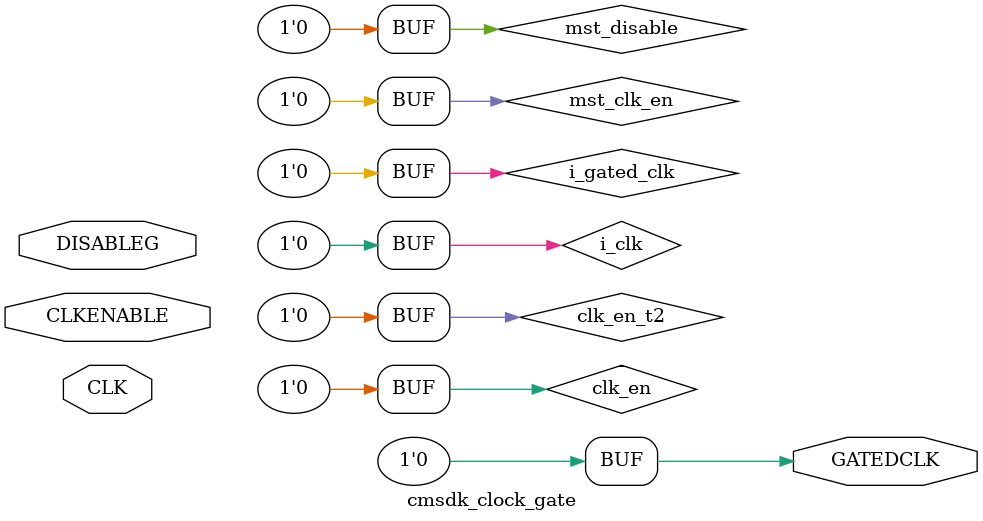
<source format=v>

module cmsdk_clock_gate #(
  // ---------------------------------------------------------------------------
  // Parameters
  // ---------------------------------------------------------------------------
  parameter CLKGATE_PRESENT = 0)
 (
  // ---------------------------------------------------------------------------
  // Port Definitions
  // ---------------------------------------------------------------------------

  input  wire CLK,
  input  wire CLKENABLE,
  input  wire DISABLEG,

  output wire GATEDCLK);

  //----------------------------------------------------------------------------
  // Overview
  //----------------------------------------------------------------------------
  //
  // The mcu_clock_gate block is used to abstract the high level clock gating
  // function used for the primary clocks in the macrocell.
  //
  // A functional clock enable <CLKENABLE> is combined with
  // a scanenable/global disable signal to provide the gating term. This is
  // then latched prior to gating with the main clock CLK.
  //
  // A clock gating cell can be instantiated manually by removing the RTL
  // equivalent section and instantiating the appropriate cell.

  // ---------------------------------------------------------------------------
  // Signal Declarations
  // ---------------------------------------------------------------------------
  wire   i_clk;
  wire   clk_en;
  reg    clk_en_t2;
  wire   i_gated_clk;
  wire   mst_clk_en;
  wire   mst_disable;

  //----------------------------------------------------------------------------
  // Clock gate removal - do not alter this section
  //----------------------------------------------------------------------------
  assign GATEDCLK     = (CLKGATE_PRESENT != 0) ? i_gated_clk : 1'b0;
  assign mst_clk_en   = (CLKGATE_PRESENT != 0) ? CLKENABLE : 1'b0;
  assign mst_disable  = (CLKGATE_PRESENT != 0) ? DISABLEG  : 1'b0;
  assign i_clk        = (CLKGATE_PRESENT != 0) ? CLK       : 1'b0;

  //----------------------------------------------------------------------------
  // Beginning of main code
  //----------------------------------------------------------------------------

  //----------------------------------------------------------------------------
  // RTL equivalent - remove this section if you wish to use a real cell
  //----------------------------------------------------------------------------
  assign clk_en = mst_clk_en | mst_disable;

  always @(i_clk or clk_en)
    if (i_clk == 1'b0)
      clk_en_t2 <= clk_en;

  assign i_gated_clk = i_clk & clk_en_t2;

  //----------------------------------------------------------------------------
  // Instantiated clock gating cell - instantiate appropriate cell here if
  // replacing RTL equivalent section
  //----------------------------------------------------------------------------
  // For example:
  //  TLATNTSCAX12 ICGCell (.ECK (i_gated_clk), .E (mst_clk_en), .SE (mst_disable), .CK (iCLK));

endmodule

</source>
